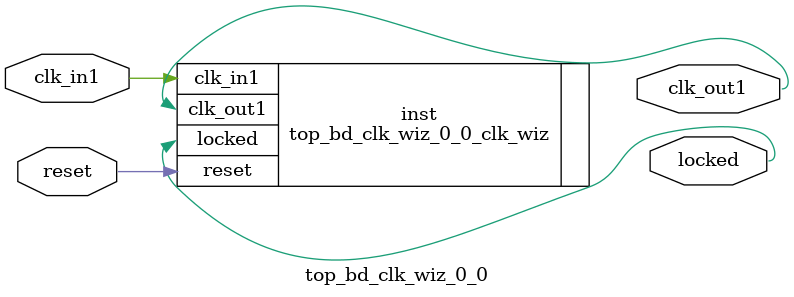
<source format=v>


`timescale 1ps/1ps

(* CORE_GENERATION_INFO = "top_bd_clk_wiz_0_0,clk_wiz_v6_0_4_0_0,{component_name=top_bd_clk_wiz_0_0,use_phase_alignment=true,use_min_o_jitter=false,use_max_i_jitter=false,use_dyn_phase_shift=false,use_inclk_switchover=false,use_dyn_reconfig=false,enable_axi=0,feedback_source=FDBK_AUTO,PRIMITIVE=MMCM,num_out_clk=1,clkin1_period=10.000,clkin2_period=10.000,use_power_down=false,use_reset=true,use_locked=true,use_inclk_stopped=false,feedback_type=SINGLE,CLOCK_MGR_TYPE=NA,manual_override=false}" *)

module top_bd_clk_wiz_0_0 
 (
  // Clock out ports
  output        clk_out1,
  // Status and control signals
  input         reset,
  output        locked,
 // Clock in ports
  input         clk_in1
 );

  top_bd_clk_wiz_0_0_clk_wiz inst
  (
  // Clock out ports  
  .clk_out1(clk_out1),
  // Status and control signals               
  .reset(reset), 
  .locked(locked),
 // Clock in ports
  .clk_in1(clk_in1)
  );

endmodule

</source>
